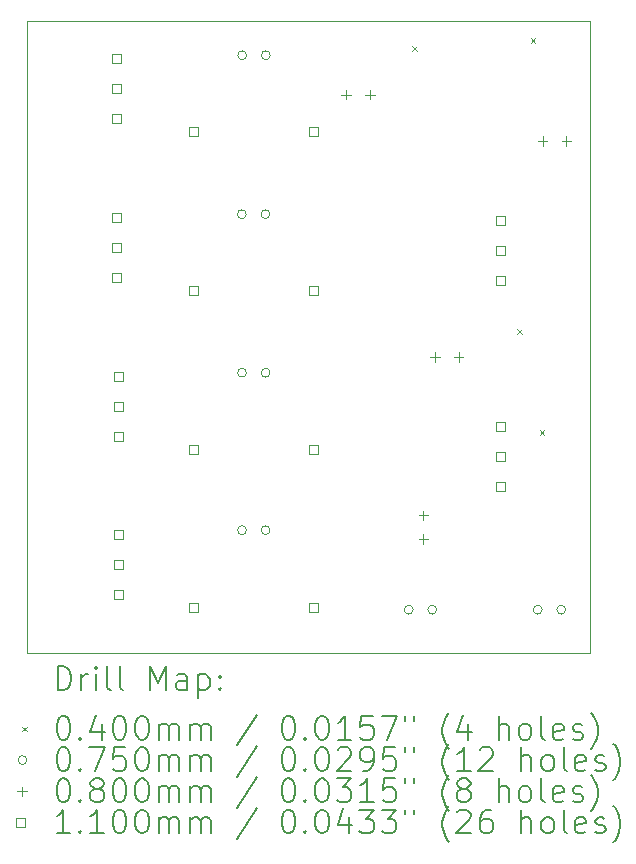
<source format=gbr>
%TF.GenerationSoftware,KiCad,Pcbnew,7.0.7*%
%TF.CreationDate,2024-03-27T23:01:23-04:00*%
%TF.ProjectId,pneu_pwr_brd,706e6575-5f70-4777-925f-6272642e6b69,rev?*%
%TF.SameCoordinates,Original*%
%TF.FileFunction,Drillmap*%
%TF.FilePolarity,Positive*%
%FSLAX45Y45*%
G04 Gerber Fmt 4.5, Leading zero omitted, Abs format (unit mm)*
G04 Created by KiCad (PCBNEW 7.0.7) date 2024-03-27 23:01:23*
%MOMM*%
%LPD*%
G01*
G04 APERTURE LIST*
%ADD10C,0.100000*%
%ADD11C,0.200000*%
%ADD12C,0.040000*%
%ADD13C,0.075000*%
%ADD14C,0.080000*%
%ADD15C,0.110000*%
G04 APERTURE END LIST*
D10*
X13728700Y-5092700D02*
X18491200Y-5092700D01*
X18491200Y-10439400D01*
X13728700Y-10439400D01*
X13728700Y-5092700D01*
D11*
D12*
X16985300Y-5301300D02*
X17025300Y-5341300D01*
X17025300Y-5301300D02*
X16985300Y-5341300D01*
X17874300Y-7701600D02*
X17914300Y-7741600D01*
X17914300Y-7701600D02*
X17874300Y-7741600D01*
X17988600Y-5237800D02*
X18028600Y-5277800D01*
X18028600Y-5237800D02*
X17988600Y-5277800D01*
X18064800Y-8552500D02*
X18104800Y-8592500D01*
X18104800Y-8552500D02*
X18064800Y-8592500D01*
D13*
X15580700Y-6726800D02*
G75*
G03*
X15580700Y-6726800I-37500J0D01*
G01*
X15582300Y-8068800D02*
G75*
G03*
X15582300Y-8068800I-37500J0D01*
G01*
X15582300Y-9402300D02*
G75*
G03*
X15582300Y-9402300I-37500J0D01*
G01*
X15583900Y-5380600D02*
G75*
G03*
X15583900Y-5380600I-37500J0D01*
G01*
X15780700Y-6726800D02*
G75*
G03*
X15780700Y-6726800I-37500J0D01*
G01*
X15782300Y-8068800D02*
G75*
G03*
X15782300Y-8068800I-37500J0D01*
G01*
X15782300Y-9402300D02*
G75*
G03*
X15782300Y-9402300I-37500J0D01*
G01*
X15783900Y-5380600D02*
G75*
G03*
X15783900Y-5380600I-37500J0D01*
G01*
X16993600Y-10075300D02*
G75*
G03*
X16993600Y-10075300I-37500J0D01*
G01*
X17193600Y-10075300D02*
G75*
G03*
X17193600Y-10075300I-37500J0D01*
G01*
X18085800Y-10075300D02*
G75*
G03*
X18085800Y-10075300I-37500J0D01*
G01*
X18285800Y-10075300D02*
G75*
G03*
X18285800Y-10075300I-37500J0D01*
G01*
D14*
X16427189Y-5675000D02*
X16427189Y-5755000D01*
X16387189Y-5715000D02*
X16467189Y-5715000D01*
X16627189Y-5675000D02*
X16627189Y-5755000D01*
X16587189Y-5715000D02*
X16667189Y-5715000D01*
X17081500Y-9237089D02*
X17081500Y-9317089D01*
X17041500Y-9277089D02*
X17121500Y-9277089D01*
X17081500Y-9437089D02*
X17081500Y-9517089D01*
X17041500Y-9477089D02*
X17121500Y-9477089D01*
X17180211Y-7897500D02*
X17180211Y-7977500D01*
X17140211Y-7937500D02*
X17220211Y-7937500D01*
X17380211Y-7897500D02*
X17380211Y-7977500D01*
X17340211Y-7937500D02*
X17420211Y-7937500D01*
X18090889Y-6068700D02*
X18090889Y-6148700D01*
X18050889Y-6108700D02*
X18130889Y-6108700D01*
X18290889Y-6068700D02*
X18290889Y-6148700D01*
X18250889Y-6108700D02*
X18330889Y-6108700D01*
D15*
X14523991Y-5449091D02*
X14523991Y-5371309D01*
X14446209Y-5371309D01*
X14446209Y-5449091D01*
X14523991Y-5449091D01*
X14523991Y-5703091D02*
X14523991Y-5625309D01*
X14446209Y-5625309D01*
X14446209Y-5703091D01*
X14523991Y-5703091D01*
X14523991Y-5957091D02*
X14523991Y-5879309D01*
X14446209Y-5879309D01*
X14446209Y-5957091D01*
X14523991Y-5957091D01*
X14523991Y-6795291D02*
X14523991Y-6717509D01*
X14446209Y-6717509D01*
X14446209Y-6795291D01*
X14523991Y-6795291D01*
X14523991Y-7049291D02*
X14523991Y-6971509D01*
X14446209Y-6971509D01*
X14446209Y-7049291D01*
X14523991Y-7049291D01*
X14523991Y-7303291D02*
X14523991Y-7225509D01*
X14446209Y-7225509D01*
X14446209Y-7303291D01*
X14523991Y-7303291D01*
X14536691Y-8141491D02*
X14536691Y-8063709D01*
X14458909Y-8063709D01*
X14458909Y-8141491D01*
X14536691Y-8141491D01*
X14536691Y-8395491D02*
X14536691Y-8317709D01*
X14458909Y-8317709D01*
X14458909Y-8395491D01*
X14536691Y-8395491D01*
X14536691Y-8649491D02*
X14536691Y-8571709D01*
X14458909Y-8571709D01*
X14458909Y-8649491D01*
X14536691Y-8649491D01*
X14536691Y-9474991D02*
X14536691Y-9397209D01*
X14458909Y-9397209D01*
X14458909Y-9474991D01*
X14536691Y-9474991D01*
X14536691Y-9728991D02*
X14536691Y-9651209D01*
X14458909Y-9651209D01*
X14458909Y-9728991D01*
X14536691Y-9728991D01*
X14536691Y-9982991D02*
X14536691Y-9905209D01*
X14458909Y-9905209D01*
X14458909Y-9982991D01*
X14536691Y-9982991D01*
X15175691Y-6067191D02*
X15175691Y-5989409D01*
X15097909Y-5989409D01*
X15097909Y-6067191D01*
X15175691Y-6067191D01*
X15175691Y-7413391D02*
X15175691Y-7335609D01*
X15097909Y-7335609D01*
X15097909Y-7413391D01*
X15175691Y-7413391D01*
X15175691Y-8759591D02*
X15175691Y-8681809D01*
X15097909Y-8681809D01*
X15097909Y-8759591D01*
X15175691Y-8759591D01*
X15175691Y-10093091D02*
X15175691Y-10015309D01*
X15097909Y-10015309D01*
X15097909Y-10093091D01*
X15175691Y-10093091D01*
X16191691Y-6067191D02*
X16191691Y-5989409D01*
X16113909Y-5989409D01*
X16113909Y-6067191D01*
X16191691Y-6067191D01*
X16191691Y-7413391D02*
X16191691Y-7335609D01*
X16113909Y-7335609D01*
X16113909Y-7413391D01*
X16191691Y-7413391D01*
X16191691Y-8759591D02*
X16191691Y-8681809D01*
X16113909Y-8681809D01*
X16113909Y-8759591D01*
X16191691Y-8759591D01*
X16191691Y-10093091D02*
X16191691Y-10015309D01*
X16113909Y-10015309D01*
X16113909Y-10093091D01*
X16191691Y-10093091D01*
X17773691Y-6820691D02*
X17773691Y-6742909D01*
X17695909Y-6742909D01*
X17695909Y-6820691D01*
X17773691Y-6820691D01*
X17773691Y-7074691D02*
X17773691Y-6996909D01*
X17695909Y-6996909D01*
X17695909Y-7074691D01*
X17773691Y-7074691D01*
X17773691Y-7328691D02*
X17773691Y-7250909D01*
X17695909Y-7250909D01*
X17695909Y-7328691D01*
X17773691Y-7328691D01*
X17773691Y-8560591D02*
X17773691Y-8482809D01*
X17695909Y-8482809D01*
X17695909Y-8560591D01*
X17773691Y-8560591D01*
X17773691Y-8814591D02*
X17773691Y-8736809D01*
X17695909Y-8736809D01*
X17695909Y-8814591D01*
X17773691Y-8814591D01*
X17773691Y-9068591D02*
X17773691Y-8990809D01*
X17695909Y-8990809D01*
X17695909Y-9068591D01*
X17773691Y-9068591D01*
D11*
X13984477Y-10755884D02*
X13984477Y-10555884D01*
X13984477Y-10555884D02*
X14032096Y-10555884D01*
X14032096Y-10555884D02*
X14060667Y-10565408D01*
X14060667Y-10565408D02*
X14079715Y-10584455D01*
X14079715Y-10584455D02*
X14089239Y-10603503D01*
X14089239Y-10603503D02*
X14098762Y-10641598D01*
X14098762Y-10641598D02*
X14098762Y-10670170D01*
X14098762Y-10670170D02*
X14089239Y-10708265D01*
X14089239Y-10708265D02*
X14079715Y-10727312D01*
X14079715Y-10727312D02*
X14060667Y-10746360D01*
X14060667Y-10746360D02*
X14032096Y-10755884D01*
X14032096Y-10755884D02*
X13984477Y-10755884D01*
X14184477Y-10755884D02*
X14184477Y-10622550D01*
X14184477Y-10660646D02*
X14194001Y-10641598D01*
X14194001Y-10641598D02*
X14203524Y-10632074D01*
X14203524Y-10632074D02*
X14222572Y-10622550D01*
X14222572Y-10622550D02*
X14241620Y-10622550D01*
X14308286Y-10755884D02*
X14308286Y-10622550D01*
X14308286Y-10555884D02*
X14298762Y-10565408D01*
X14298762Y-10565408D02*
X14308286Y-10574931D01*
X14308286Y-10574931D02*
X14317810Y-10565408D01*
X14317810Y-10565408D02*
X14308286Y-10555884D01*
X14308286Y-10555884D02*
X14308286Y-10574931D01*
X14432096Y-10755884D02*
X14413048Y-10746360D01*
X14413048Y-10746360D02*
X14403524Y-10727312D01*
X14403524Y-10727312D02*
X14403524Y-10555884D01*
X14536858Y-10755884D02*
X14517810Y-10746360D01*
X14517810Y-10746360D02*
X14508286Y-10727312D01*
X14508286Y-10727312D02*
X14508286Y-10555884D01*
X14765429Y-10755884D02*
X14765429Y-10555884D01*
X14765429Y-10555884D02*
X14832096Y-10698741D01*
X14832096Y-10698741D02*
X14898762Y-10555884D01*
X14898762Y-10555884D02*
X14898762Y-10755884D01*
X15079715Y-10755884D02*
X15079715Y-10651122D01*
X15079715Y-10651122D02*
X15070191Y-10632074D01*
X15070191Y-10632074D02*
X15051143Y-10622550D01*
X15051143Y-10622550D02*
X15013048Y-10622550D01*
X15013048Y-10622550D02*
X14994001Y-10632074D01*
X15079715Y-10746360D02*
X15060667Y-10755884D01*
X15060667Y-10755884D02*
X15013048Y-10755884D01*
X15013048Y-10755884D02*
X14994001Y-10746360D01*
X14994001Y-10746360D02*
X14984477Y-10727312D01*
X14984477Y-10727312D02*
X14984477Y-10708265D01*
X14984477Y-10708265D02*
X14994001Y-10689217D01*
X14994001Y-10689217D02*
X15013048Y-10679693D01*
X15013048Y-10679693D02*
X15060667Y-10679693D01*
X15060667Y-10679693D02*
X15079715Y-10670170D01*
X15174953Y-10622550D02*
X15174953Y-10822550D01*
X15174953Y-10632074D02*
X15194001Y-10622550D01*
X15194001Y-10622550D02*
X15232096Y-10622550D01*
X15232096Y-10622550D02*
X15251143Y-10632074D01*
X15251143Y-10632074D02*
X15260667Y-10641598D01*
X15260667Y-10641598D02*
X15270191Y-10660646D01*
X15270191Y-10660646D02*
X15270191Y-10717789D01*
X15270191Y-10717789D02*
X15260667Y-10736836D01*
X15260667Y-10736836D02*
X15251143Y-10746360D01*
X15251143Y-10746360D02*
X15232096Y-10755884D01*
X15232096Y-10755884D02*
X15194001Y-10755884D01*
X15194001Y-10755884D02*
X15174953Y-10746360D01*
X15355905Y-10736836D02*
X15365429Y-10746360D01*
X15365429Y-10746360D02*
X15355905Y-10755884D01*
X15355905Y-10755884D02*
X15346382Y-10746360D01*
X15346382Y-10746360D02*
X15355905Y-10736836D01*
X15355905Y-10736836D02*
X15355905Y-10755884D01*
X15355905Y-10632074D02*
X15365429Y-10641598D01*
X15365429Y-10641598D02*
X15355905Y-10651122D01*
X15355905Y-10651122D02*
X15346382Y-10641598D01*
X15346382Y-10641598D02*
X15355905Y-10632074D01*
X15355905Y-10632074D02*
X15355905Y-10651122D01*
D12*
X13683700Y-11064400D02*
X13723700Y-11104400D01*
X13723700Y-11064400D02*
X13683700Y-11104400D01*
D11*
X14022572Y-10975884D02*
X14041620Y-10975884D01*
X14041620Y-10975884D02*
X14060667Y-10985408D01*
X14060667Y-10985408D02*
X14070191Y-10994931D01*
X14070191Y-10994931D02*
X14079715Y-11013979D01*
X14079715Y-11013979D02*
X14089239Y-11052074D01*
X14089239Y-11052074D02*
X14089239Y-11099693D01*
X14089239Y-11099693D02*
X14079715Y-11137789D01*
X14079715Y-11137789D02*
X14070191Y-11156836D01*
X14070191Y-11156836D02*
X14060667Y-11166360D01*
X14060667Y-11166360D02*
X14041620Y-11175884D01*
X14041620Y-11175884D02*
X14022572Y-11175884D01*
X14022572Y-11175884D02*
X14003524Y-11166360D01*
X14003524Y-11166360D02*
X13994001Y-11156836D01*
X13994001Y-11156836D02*
X13984477Y-11137789D01*
X13984477Y-11137789D02*
X13974953Y-11099693D01*
X13974953Y-11099693D02*
X13974953Y-11052074D01*
X13974953Y-11052074D02*
X13984477Y-11013979D01*
X13984477Y-11013979D02*
X13994001Y-10994931D01*
X13994001Y-10994931D02*
X14003524Y-10985408D01*
X14003524Y-10985408D02*
X14022572Y-10975884D01*
X14174953Y-11156836D02*
X14184477Y-11166360D01*
X14184477Y-11166360D02*
X14174953Y-11175884D01*
X14174953Y-11175884D02*
X14165429Y-11166360D01*
X14165429Y-11166360D02*
X14174953Y-11156836D01*
X14174953Y-11156836D02*
X14174953Y-11175884D01*
X14355905Y-11042550D02*
X14355905Y-11175884D01*
X14308286Y-10966360D02*
X14260667Y-11109217D01*
X14260667Y-11109217D02*
X14384477Y-11109217D01*
X14498762Y-10975884D02*
X14517810Y-10975884D01*
X14517810Y-10975884D02*
X14536858Y-10985408D01*
X14536858Y-10985408D02*
X14546382Y-10994931D01*
X14546382Y-10994931D02*
X14555905Y-11013979D01*
X14555905Y-11013979D02*
X14565429Y-11052074D01*
X14565429Y-11052074D02*
X14565429Y-11099693D01*
X14565429Y-11099693D02*
X14555905Y-11137789D01*
X14555905Y-11137789D02*
X14546382Y-11156836D01*
X14546382Y-11156836D02*
X14536858Y-11166360D01*
X14536858Y-11166360D02*
X14517810Y-11175884D01*
X14517810Y-11175884D02*
X14498762Y-11175884D01*
X14498762Y-11175884D02*
X14479715Y-11166360D01*
X14479715Y-11166360D02*
X14470191Y-11156836D01*
X14470191Y-11156836D02*
X14460667Y-11137789D01*
X14460667Y-11137789D02*
X14451143Y-11099693D01*
X14451143Y-11099693D02*
X14451143Y-11052074D01*
X14451143Y-11052074D02*
X14460667Y-11013979D01*
X14460667Y-11013979D02*
X14470191Y-10994931D01*
X14470191Y-10994931D02*
X14479715Y-10985408D01*
X14479715Y-10985408D02*
X14498762Y-10975884D01*
X14689239Y-10975884D02*
X14708286Y-10975884D01*
X14708286Y-10975884D02*
X14727334Y-10985408D01*
X14727334Y-10985408D02*
X14736858Y-10994931D01*
X14736858Y-10994931D02*
X14746382Y-11013979D01*
X14746382Y-11013979D02*
X14755905Y-11052074D01*
X14755905Y-11052074D02*
X14755905Y-11099693D01*
X14755905Y-11099693D02*
X14746382Y-11137789D01*
X14746382Y-11137789D02*
X14736858Y-11156836D01*
X14736858Y-11156836D02*
X14727334Y-11166360D01*
X14727334Y-11166360D02*
X14708286Y-11175884D01*
X14708286Y-11175884D02*
X14689239Y-11175884D01*
X14689239Y-11175884D02*
X14670191Y-11166360D01*
X14670191Y-11166360D02*
X14660667Y-11156836D01*
X14660667Y-11156836D02*
X14651143Y-11137789D01*
X14651143Y-11137789D02*
X14641620Y-11099693D01*
X14641620Y-11099693D02*
X14641620Y-11052074D01*
X14641620Y-11052074D02*
X14651143Y-11013979D01*
X14651143Y-11013979D02*
X14660667Y-10994931D01*
X14660667Y-10994931D02*
X14670191Y-10985408D01*
X14670191Y-10985408D02*
X14689239Y-10975884D01*
X14841620Y-11175884D02*
X14841620Y-11042550D01*
X14841620Y-11061598D02*
X14851143Y-11052074D01*
X14851143Y-11052074D02*
X14870191Y-11042550D01*
X14870191Y-11042550D02*
X14898763Y-11042550D01*
X14898763Y-11042550D02*
X14917810Y-11052074D01*
X14917810Y-11052074D02*
X14927334Y-11071122D01*
X14927334Y-11071122D02*
X14927334Y-11175884D01*
X14927334Y-11071122D02*
X14936858Y-11052074D01*
X14936858Y-11052074D02*
X14955905Y-11042550D01*
X14955905Y-11042550D02*
X14984477Y-11042550D01*
X14984477Y-11042550D02*
X15003524Y-11052074D01*
X15003524Y-11052074D02*
X15013048Y-11071122D01*
X15013048Y-11071122D02*
X15013048Y-11175884D01*
X15108286Y-11175884D02*
X15108286Y-11042550D01*
X15108286Y-11061598D02*
X15117810Y-11052074D01*
X15117810Y-11052074D02*
X15136858Y-11042550D01*
X15136858Y-11042550D02*
X15165429Y-11042550D01*
X15165429Y-11042550D02*
X15184477Y-11052074D01*
X15184477Y-11052074D02*
X15194001Y-11071122D01*
X15194001Y-11071122D02*
X15194001Y-11175884D01*
X15194001Y-11071122D02*
X15203524Y-11052074D01*
X15203524Y-11052074D02*
X15222572Y-11042550D01*
X15222572Y-11042550D02*
X15251143Y-11042550D01*
X15251143Y-11042550D02*
X15270191Y-11052074D01*
X15270191Y-11052074D02*
X15279715Y-11071122D01*
X15279715Y-11071122D02*
X15279715Y-11175884D01*
X15670191Y-10966360D02*
X15498763Y-11223503D01*
X15927334Y-10975884D02*
X15946382Y-10975884D01*
X15946382Y-10975884D02*
X15965429Y-10985408D01*
X15965429Y-10985408D02*
X15974953Y-10994931D01*
X15974953Y-10994931D02*
X15984477Y-11013979D01*
X15984477Y-11013979D02*
X15994001Y-11052074D01*
X15994001Y-11052074D02*
X15994001Y-11099693D01*
X15994001Y-11099693D02*
X15984477Y-11137789D01*
X15984477Y-11137789D02*
X15974953Y-11156836D01*
X15974953Y-11156836D02*
X15965429Y-11166360D01*
X15965429Y-11166360D02*
X15946382Y-11175884D01*
X15946382Y-11175884D02*
X15927334Y-11175884D01*
X15927334Y-11175884D02*
X15908286Y-11166360D01*
X15908286Y-11166360D02*
X15898763Y-11156836D01*
X15898763Y-11156836D02*
X15889239Y-11137789D01*
X15889239Y-11137789D02*
X15879715Y-11099693D01*
X15879715Y-11099693D02*
X15879715Y-11052074D01*
X15879715Y-11052074D02*
X15889239Y-11013979D01*
X15889239Y-11013979D02*
X15898763Y-10994931D01*
X15898763Y-10994931D02*
X15908286Y-10985408D01*
X15908286Y-10985408D02*
X15927334Y-10975884D01*
X16079715Y-11156836D02*
X16089239Y-11166360D01*
X16089239Y-11166360D02*
X16079715Y-11175884D01*
X16079715Y-11175884D02*
X16070191Y-11166360D01*
X16070191Y-11166360D02*
X16079715Y-11156836D01*
X16079715Y-11156836D02*
X16079715Y-11175884D01*
X16213048Y-10975884D02*
X16232096Y-10975884D01*
X16232096Y-10975884D02*
X16251144Y-10985408D01*
X16251144Y-10985408D02*
X16260667Y-10994931D01*
X16260667Y-10994931D02*
X16270191Y-11013979D01*
X16270191Y-11013979D02*
X16279715Y-11052074D01*
X16279715Y-11052074D02*
X16279715Y-11099693D01*
X16279715Y-11099693D02*
X16270191Y-11137789D01*
X16270191Y-11137789D02*
X16260667Y-11156836D01*
X16260667Y-11156836D02*
X16251144Y-11166360D01*
X16251144Y-11166360D02*
X16232096Y-11175884D01*
X16232096Y-11175884D02*
X16213048Y-11175884D01*
X16213048Y-11175884D02*
X16194001Y-11166360D01*
X16194001Y-11166360D02*
X16184477Y-11156836D01*
X16184477Y-11156836D02*
X16174953Y-11137789D01*
X16174953Y-11137789D02*
X16165429Y-11099693D01*
X16165429Y-11099693D02*
X16165429Y-11052074D01*
X16165429Y-11052074D02*
X16174953Y-11013979D01*
X16174953Y-11013979D02*
X16184477Y-10994931D01*
X16184477Y-10994931D02*
X16194001Y-10985408D01*
X16194001Y-10985408D02*
X16213048Y-10975884D01*
X16470191Y-11175884D02*
X16355906Y-11175884D01*
X16413048Y-11175884D02*
X16413048Y-10975884D01*
X16413048Y-10975884D02*
X16394001Y-11004455D01*
X16394001Y-11004455D02*
X16374953Y-11023503D01*
X16374953Y-11023503D02*
X16355906Y-11033027D01*
X16651144Y-10975884D02*
X16555906Y-10975884D01*
X16555906Y-10975884D02*
X16546382Y-11071122D01*
X16546382Y-11071122D02*
X16555906Y-11061598D01*
X16555906Y-11061598D02*
X16574953Y-11052074D01*
X16574953Y-11052074D02*
X16622572Y-11052074D01*
X16622572Y-11052074D02*
X16641620Y-11061598D01*
X16641620Y-11061598D02*
X16651144Y-11071122D01*
X16651144Y-11071122D02*
X16660667Y-11090170D01*
X16660667Y-11090170D02*
X16660667Y-11137789D01*
X16660667Y-11137789D02*
X16651144Y-11156836D01*
X16651144Y-11156836D02*
X16641620Y-11166360D01*
X16641620Y-11166360D02*
X16622572Y-11175884D01*
X16622572Y-11175884D02*
X16574953Y-11175884D01*
X16574953Y-11175884D02*
X16555906Y-11166360D01*
X16555906Y-11166360D02*
X16546382Y-11156836D01*
X16727334Y-10975884D02*
X16860668Y-10975884D01*
X16860668Y-10975884D02*
X16774953Y-11175884D01*
X16927334Y-10975884D02*
X16927334Y-11013979D01*
X17003525Y-10975884D02*
X17003525Y-11013979D01*
X17298763Y-11252074D02*
X17289239Y-11242550D01*
X17289239Y-11242550D02*
X17270191Y-11213979D01*
X17270191Y-11213979D02*
X17260668Y-11194931D01*
X17260668Y-11194931D02*
X17251144Y-11166360D01*
X17251144Y-11166360D02*
X17241620Y-11118741D01*
X17241620Y-11118741D02*
X17241620Y-11080646D01*
X17241620Y-11080646D02*
X17251144Y-11033027D01*
X17251144Y-11033027D02*
X17260668Y-11004455D01*
X17260668Y-11004455D02*
X17270191Y-10985408D01*
X17270191Y-10985408D02*
X17289239Y-10956836D01*
X17289239Y-10956836D02*
X17298763Y-10947312D01*
X17460668Y-11042550D02*
X17460668Y-11175884D01*
X17413049Y-10966360D02*
X17365430Y-11109217D01*
X17365430Y-11109217D02*
X17489239Y-11109217D01*
X17717811Y-11175884D02*
X17717811Y-10975884D01*
X17803525Y-11175884D02*
X17803525Y-11071122D01*
X17803525Y-11071122D02*
X17794001Y-11052074D01*
X17794001Y-11052074D02*
X17774953Y-11042550D01*
X17774953Y-11042550D02*
X17746382Y-11042550D01*
X17746382Y-11042550D02*
X17727334Y-11052074D01*
X17727334Y-11052074D02*
X17717811Y-11061598D01*
X17927334Y-11175884D02*
X17908287Y-11166360D01*
X17908287Y-11166360D02*
X17898763Y-11156836D01*
X17898763Y-11156836D02*
X17889239Y-11137789D01*
X17889239Y-11137789D02*
X17889239Y-11080646D01*
X17889239Y-11080646D02*
X17898763Y-11061598D01*
X17898763Y-11061598D02*
X17908287Y-11052074D01*
X17908287Y-11052074D02*
X17927334Y-11042550D01*
X17927334Y-11042550D02*
X17955906Y-11042550D01*
X17955906Y-11042550D02*
X17974953Y-11052074D01*
X17974953Y-11052074D02*
X17984477Y-11061598D01*
X17984477Y-11061598D02*
X17994001Y-11080646D01*
X17994001Y-11080646D02*
X17994001Y-11137789D01*
X17994001Y-11137789D02*
X17984477Y-11156836D01*
X17984477Y-11156836D02*
X17974953Y-11166360D01*
X17974953Y-11166360D02*
X17955906Y-11175884D01*
X17955906Y-11175884D02*
X17927334Y-11175884D01*
X18108287Y-11175884D02*
X18089239Y-11166360D01*
X18089239Y-11166360D02*
X18079715Y-11147312D01*
X18079715Y-11147312D02*
X18079715Y-10975884D01*
X18260668Y-11166360D02*
X18241620Y-11175884D01*
X18241620Y-11175884D02*
X18203525Y-11175884D01*
X18203525Y-11175884D02*
X18184477Y-11166360D01*
X18184477Y-11166360D02*
X18174953Y-11147312D01*
X18174953Y-11147312D02*
X18174953Y-11071122D01*
X18174953Y-11071122D02*
X18184477Y-11052074D01*
X18184477Y-11052074D02*
X18203525Y-11042550D01*
X18203525Y-11042550D02*
X18241620Y-11042550D01*
X18241620Y-11042550D02*
X18260668Y-11052074D01*
X18260668Y-11052074D02*
X18270192Y-11071122D01*
X18270192Y-11071122D02*
X18270192Y-11090170D01*
X18270192Y-11090170D02*
X18174953Y-11109217D01*
X18346382Y-11166360D02*
X18365430Y-11175884D01*
X18365430Y-11175884D02*
X18403525Y-11175884D01*
X18403525Y-11175884D02*
X18422573Y-11166360D01*
X18422573Y-11166360D02*
X18432096Y-11147312D01*
X18432096Y-11147312D02*
X18432096Y-11137789D01*
X18432096Y-11137789D02*
X18422573Y-11118741D01*
X18422573Y-11118741D02*
X18403525Y-11109217D01*
X18403525Y-11109217D02*
X18374953Y-11109217D01*
X18374953Y-11109217D02*
X18355906Y-11099693D01*
X18355906Y-11099693D02*
X18346382Y-11080646D01*
X18346382Y-11080646D02*
X18346382Y-11071122D01*
X18346382Y-11071122D02*
X18355906Y-11052074D01*
X18355906Y-11052074D02*
X18374953Y-11042550D01*
X18374953Y-11042550D02*
X18403525Y-11042550D01*
X18403525Y-11042550D02*
X18422573Y-11052074D01*
X18498763Y-11252074D02*
X18508287Y-11242550D01*
X18508287Y-11242550D02*
X18527334Y-11213979D01*
X18527334Y-11213979D02*
X18536858Y-11194931D01*
X18536858Y-11194931D02*
X18546382Y-11166360D01*
X18546382Y-11166360D02*
X18555906Y-11118741D01*
X18555906Y-11118741D02*
X18555906Y-11080646D01*
X18555906Y-11080646D02*
X18546382Y-11033027D01*
X18546382Y-11033027D02*
X18536858Y-11004455D01*
X18536858Y-11004455D02*
X18527334Y-10985408D01*
X18527334Y-10985408D02*
X18508287Y-10956836D01*
X18508287Y-10956836D02*
X18498763Y-10947312D01*
D13*
X13723700Y-11348400D02*
G75*
G03*
X13723700Y-11348400I-37500J0D01*
G01*
D11*
X14022572Y-11239884D02*
X14041620Y-11239884D01*
X14041620Y-11239884D02*
X14060667Y-11249408D01*
X14060667Y-11249408D02*
X14070191Y-11258931D01*
X14070191Y-11258931D02*
X14079715Y-11277979D01*
X14079715Y-11277979D02*
X14089239Y-11316074D01*
X14089239Y-11316074D02*
X14089239Y-11363693D01*
X14089239Y-11363693D02*
X14079715Y-11401788D01*
X14079715Y-11401788D02*
X14070191Y-11420836D01*
X14070191Y-11420836D02*
X14060667Y-11430360D01*
X14060667Y-11430360D02*
X14041620Y-11439884D01*
X14041620Y-11439884D02*
X14022572Y-11439884D01*
X14022572Y-11439884D02*
X14003524Y-11430360D01*
X14003524Y-11430360D02*
X13994001Y-11420836D01*
X13994001Y-11420836D02*
X13984477Y-11401788D01*
X13984477Y-11401788D02*
X13974953Y-11363693D01*
X13974953Y-11363693D02*
X13974953Y-11316074D01*
X13974953Y-11316074D02*
X13984477Y-11277979D01*
X13984477Y-11277979D02*
X13994001Y-11258931D01*
X13994001Y-11258931D02*
X14003524Y-11249408D01*
X14003524Y-11249408D02*
X14022572Y-11239884D01*
X14174953Y-11420836D02*
X14184477Y-11430360D01*
X14184477Y-11430360D02*
X14174953Y-11439884D01*
X14174953Y-11439884D02*
X14165429Y-11430360D01*
X14165429Y-11430360D02*
X14174953Y-11420836D01*
X14174953Y-11420836D02*
X14174953Y-11439884D01*
X14251143Y-11239884D02*
X14384477Y-11239884D01*
X14384477Y-11239884D02*
X14298762Y-11439884D01*
X14555905Y-11239884D02*
X14460667Y-11239884D01*
X14460667Y-11239884D02*
X14451143Y-11335122D01*
X14451143Y-11335122D02*
X14460667Y-11325598D01*
X14460667Y-11325598D02*
X14479715Y-11316074D01*
X14479715Y-11316074D02*
X14527334Y-11316074D01*
X14527334Y-11316074D02*
X14546382Y-11325598D01*
X14546382Y-11325598D02*
X14555905Y-11335122D01*
X14555905Y-11335122D02*
X14565429Y-11354169D01*
X14565429Y-11354169D02*
X14565429Y-11401788D01*
X14565429Y-11401788D02*
X14555905Y-11420836D01*
X14555905Y-11420836D02*
X14546382Y-11430360D01*
X14546382Y-11430360D02*
X14527334Y-11439884D01*
X14527334Y-11439884D02*
X14479715Y-11439884D01*
X14479715Y-11439884D02*
X14460667Y-11430360D01*
X14460667Y-11430360D02*
X14451143Y-11420836D01*
X14689239Y-11239884D02*
X14708286Y-11239884D01*
X14708286Y-11239884D02*
X14727334Y-11249408D01*
X14727334Y-11249408D02*
X14736858Y-11258931D01*
X14736858Y-11258931D02*
X14746382Y-11277979D01*
X14746382Y-11277979D02*
X14755905Y-11316074D01*
X14755905Y-11316074D02*
X14755905Y-11363693D01*
X14755905Y-11363693D02*
X14746382Y-11401788D01*
X14746382Y-11401788D02*
X14736858Y-11420836D01*
X14736858Y-11420836D02*
X14727334Y-11430360D01*
X14727334Y-11430360D02*
X14708286Y-11439884D01*
X14708286Y-11439884D02*
X14689239Y-11439884D01*
X14689239Y-11439884D02*
X14670191Y-11430360D01*
X14670191Y-11430360D02*
X14660667Y-11420836D01*
X14660667Y-11420836D02*
X14651143Y-11401788D01*
X14651143Y-11401788D02*
X14641620Y-11363693D01*
X14641620Y-11363693D02*
X14641620Y-11316074D01*
X14641620Y-11316074D02*
X14651143Y-11277979D01*
X14651143Y-11277979D02*
X14660667Y-11258931D01*
X14660667Y-11258931D02*
X14670191Y-11249408D01*
X14670191Y-11249408D02*
X14689239Y-11239884D01*
X14841620Y-11439884D02*
X14841620Y-11306550D01*
X14841620Y-11325598D02*
X14851143Y-11316074D01*
X14851143Y-11316074D02*
X14870191Y-11306550D01*
X14870191Y-11306550D02*
X14898763Y-11306550D01*
X14898763Y-11306550D02*
X14917810Y-11316074D01*
X14917810Y-11316074D02*
X14927334Y-11335122D01*
X14927334Y-11335122D02*
X14927334Y-11439884D01*
X14927334Y-11335122D02*
X14936858Y-11316074D01*
X14936858Y-11316074D02*
X14955905Y-11306550D01*
X14955905Y-11306550D02*
X14984477Y-11306550D01*
X14984477Y-11306550D02*
X15003524Y-11316074D01*
X15003524Y-11316074D02*
X15013048Y-11335122D01*
X15013048Y-11335122D02*
X15013048Y-11439884D01*
X15108286Y-11439884D02*
X15108286Y-11306550D01*
X15108286Y-11325598D02*
X15117810Y-11316074D01*
X15117810Y-11316074D02*
X15136858Y-11306550D01*
X15136858Y-11306550D02*
X15165429Y-11306550D01*
X15165429Y-11306550D02*
X15184477Y-11316074D01*
X15184477Y-11316074D02*
X15194001Y-11335122D01*
X15194001Y-11335122D02*
X15194001Y-11439884D01*
X15194001Y-11335122D02*
X15203524Y-11316074D01*
X15203524Y-11316074D02*
X15222572Y-11306550D01*
X15222572Y-11306550D02*
X15251143Y-11306550D01*
X15251143Y-11306550D02*
X15270191Y-11316074D01*
X15270191Y-11316074D02*
X15279715Y-11335122D01*
X15279715Y-11335122D02*
X15279715Y-11439884D01*
X15670191Y-11230360D02*
X15498763Y-11487503D01*
X15927334Y-11239884D02*
X15946382Y-11239884D01*
X15946382Y-11239884D02*
X15965429Y-11249408D01*
X15965429Y-11249408D02*
X15974953Y-11258931D01*
X15974953Y-11258931D02*
X15984477Y-11277979D01*
X15984477Y-11277979D02*
X15994001Y-11316074D01*
X15994001Y-11316074D02*
X15994001Y-11363693D01*
X15994001Y-11363693D02*
X15984477Y-11401788D01*
X15984477Y-11401788D02*
X15974953Y-11420836D01*
X15974953Y-11420836D02*
X15965429Y-11430360D01*
X15965429Y-11430360D02*
X15946382Y-11439884D01*
X15946382Y-11439884D02*
X15927334Y-11439884D01*
X15927334Y-11439884D02*
X15908286Y-11430360D01*
X15908286Y-11430360D02*
X15898763Y-11420836D01*
X15898763Y-11420836D02*
X15889239Y-11401788D01*
X15889239Y-11401788D02*
X15879715Y-11363693D01*
X15879715Y-11363693D02*
X15879715Y-11316074D01*
X15879715Y-11316074D02*
X15889239Y-11277979D01*
X15889239Y-11277979D02*
X15898763Y-11258931D01*
X15898763Y-11258931D02*
X15908286Y-11249408D01*
X15908286Y-11249408D02*
X15927334Y-11239884D01*
X16079715Y-11420836D02*
X16089239Y-11430360D01*
X16089239Y-11430360D02*
X16079715Y-11439884D01*
X16079715Y-11439884D02*
X16070191Y-11430360D01*
X16070191Y-11430360D02*
X16079715Y-11420836D01*
X16079715Y-11420836D02*
X16079715Y-11439884D01*
X16213048Y-11239884D02*
X16232096Y-11239884D01*
X16232096Y-11239884D02*
X16251144Y-11249408D01*
X16251144Y-11249408D02*
X16260667Y-11258931D01*
X16260667Y-11258931D02*
X16270191Y-11277979D01*
X16270191Y-11277979D02*
X16279715Y-11316074D01*
X16279715Y-11316074D02*
X16279715Y-11363693D01*
X16279715Y-11363693D02*
X16270191Y-11401788D01*
X16270191Y-11401788D02*
X16260667Y-11420836D01*
X16260667Y-11420836D02*
X16251144Y-11430360D01*
X16251144Y-11430360D02*
X16232096Y-11439884D01*
X16232096Y-11439884D02*
X16213048Y-11439884D01*
X16213048Y-11439884D02*
X16194001Y-11430360D01*
X16194001Y-11430360D02*
X16184477Y-11420836D01*
X16184477Y-11420836D02*
X16174953Y-11401788D01*
X16174953Y-11401788D02*
X16165429Y-11363693D01*
X16165429Y-11363693D02*
X16165429Y-11316074D01*
X16165429Y-11316074D02*
X16174953Y-11277979D01*
X16174953Y-11277979D02*
X16184477Y-11258931D01*
X16184477Y-11258931D02*
X16194001Y-11249408D01*
X16194001Y-11249408D02*
X16213048Y-11239884D01*
X16355906Y-11258931D02*
X16365429Y-11249408D01*
X16365429Y-11249408D02*
X16384477Y-11239884D01*
X16384477Y-11239884D02*
X16432096Y-11239884D01*
X16432096Y-11239884D02*
X16451144Y-11249408D01*
X16451144Y-11249408D02*
X16460667Y-11258931D01*
X16460667Y-11258931D02*
X16470191Y-11277979D01*
X16470191Y-11277979D02*
X16470191Y-11297027D01*
X16470191Y-11297027D02*
X16460667Y-11325598D01*
X16460667Y-11325598D02*
X16346382Y-11439884D01*
X16346382Y-11439884D02*
X16470191Y-11439884D01*
X16565429Y-11439884D02*
X16603525Y-11439884D01*
X16603525Y-11439884D02*
X16622572Y-11430360D01*
X16622572Y-11430360D02*
X16632096Y-11420836D01*
X16632096Y-11420836D02*
X16651144Y-11392265D01*
X16651144Y-11392265D02*
X16660667Y-11354169D01*
X16660667Y-11354169D02*
X16660667Y-11277979D01*
X16660667Y-11277979D02*
X16651144Y-11258931D01*
X16651144Y-11258931D02*
X16641620Y-11249408D01*
X16641620Y-11249408D02*
X16622572Y-11239884D01*
X16622572Y-11239884D02*
X16584477Y-11239884D01*
X16584477Y-11239884D02*
X16565429Y-11249408D01*
X16565429Y-11249408D02*
X16555906Y-11258931D01*
X16555906Y-11258931D02*
X16546382Y-11277979D01*
X16546382Y-11277979D02*
X16546382Y-11325598D01*
X16546382Y-11325598D02*
X16555906Y-11344646D01*
X16555906Y-11344646D02*
X16565429Y-11354169D01*
X16565429Y-11354169D02*
X16584477Y-11363693D01*
X16584477Y-11363693D02*
X16622572Y-11363693D01*
X16622572Y-11363693D02*
X16641620Y-11354169D01*
X16641620Y-11354169D02*
X16651144Y-11344646D01*
X16651144Y-11344646D02*
X16660667Y-11325598D01*
X16841620Y-11239884D02*
X16746382Y-11239884D01*
X16746382Y-11239884D02*
X16736858Y-11335122D01*
X16736858Y-11335122D02*
X16746382Y-11325598D01*
X16746382Y-11325598D02*
X16765429Y-11316074D01*
X16765429Y-11316074D02*
X16813049Y-11316074D01*
X16813049Y-11316074D02*
X16832096Y-11325598D01*
X16832096Y-11325598D02*
X16841620Y-11335122D01*
X16841620Y-11335122D02*
X16851144Y-11354169D01*
X16851144Y-11354169D02*
X16851144Y-11401788D01*
X16851144Y-11401788D02*
X16841620Y-11420836D01*
X16841620Y-11420836D02*
X16832096Y-11430360D01*
X16832096Y-11430360D02*
X16813049Y-11439884D01*
X16813049Y-11439884D02*
X16765429Y-11439884D01*
X16765429Y-11439884D02*
X16746382Y-11430360D01*
X16746382Y-11430360D02*
X16736858Y-11420836D01*
X16927334Y-11239884D02*
X16927334Y-11277979D01*
X17003525Y-11239884D02*
X17003525Y-11277979D01*
X17298763Y-11516074D02*
X17289239Y-11506550D01*
X17289239Y-11506550D02*
X17270191Y-11477979D01*
X17270191Y-11477979D02*
X17260668Y-11458931D01*
X17260668Y-11458931D02*
X17251144Y-11430360D01*
X17251144Y-11430360D02*
X17241620Y-11382741D01*
X17241620Y-11382741D02*
X17241620Y-11344646D01*
X17241620Y-11344646D02*
X17251144Y-11297027D01*
X17251144Y-11297027D02*
X17260668Y-11268455D01*
X17260668Y-11268455D02*
X17270191Y-11249408D01*
X17270191Y-11249408D02*
X17289239Y-11220836D01*
X17289239Y-11220836D02*
X17298763Y-11211312D01*
X17479715Y-11439884D02*
X17365430Y-11439884D01*
X17422572Y-11439884D02*
X17422572Y-11239884D01*
X17422572Y-11239884D02*
X17403525Y-11268455D01*
X17403525Y-11268455D02*
X17384477Y-11287503D01*
X17384477Y-11287503D02*
X17365430Y-11297027D01*
X17555906Y-11258931D02*
X17565430Y-11249408D01*
X17565430Y-11249408D02*
X17584477Y-11239884D01*
X17584477Y-11239884D02*
X17632096Y-11239884D01*
X17632096Y-11239884D02*
X17651144Y-11249408D01*
X17651144Y-11249408D02*
X17660668Y-11258931D01*
X17660668Y-11258931D02*
X17670191Y-11277979D01*
X17670191Y-11277979D02*
X17670191Y-11297027D01*
X17670191Y-11297027D02*
X17660668Y-11325598D01*
X17660668Y-11325598D02*
X17546382Y-11439884D01*
X17546382Y-11439884D02*
X17670191Y-11439884D01*
X17908287Y-11439884D02*
X17908287Y-11239884D01*
X17994001Y-11439884D02*
X17994001Y-11335122D01*
X17994001Y-11335122D02*
X17984477Y-11316074D01*
X17984477Y-11316074D02*
X17965430Y-11306550D01*
X17965430Y-11306550D02*
X17936858Y-11306550D01*
X17936858Y-11306550D02*
X17917811Y-11316074D01*
X17917811Y-11316074D02*
X17908287Y-11325598D01*
X18117811Y-11439884D02*
X18098763Y-11430360D01*
X18098763Y-11430360D02*
X18089239Y-11420836D01*
X18089239Y-11420836D02*
X18079715Y-11401788D01*
X18079715Y-11401788D02*
X18079715Y-11344646D01*
X18079715Y-11344646D02*
X18089239Y-11325598D01*
X18089239Y-11325598D02*
X18098763Y-11316074D01*
X18098763Y-11316074D02*
X18117811Y-11306550D01*
X18117811Y-11306550D02*
X18146382Y-11306550D01*
X18146382Y-11306550D02*
X18165430Y-11316074D01*
X18165430Y-11316074D02*
X18174953Y-11325598D01*
X18174953Y-11325598D02*
X18184477Y-11344646D01*
X18184477Y-11344646D02*
X18184477Y-11401788D01*
X18184477Y-11401788D02*
X18174953Y-11420836D01*
X18174953Y-11420836D02*
X18165430Y-11430360D01*
X18165430Y-11430360D02*
X18146382Y-11439884D01*
X18146382Y-11439884D02*
X18117811Y-11439884D01*
X18298763Y-11439884D02*
X18279715Y-11430360D01*
X18279715Y-11430360D02*
X18270192Y-11411312D01*
X18270192Y-11411312D02*
X18270192Y-11239884D01*
X18451144Y-11430360D02*
X18432096Y-11439884D01*
X18432096Y-11439884D02*
X18394001Y-11439884D01*
X18394001Y-11439884D02*
X18374953Y-11430360D01*
X18374953Y-11430360D02*
X18365430Y-11411312D01*
X18365430Y-11411312D02*
X18365430Y-11335122D01*
X18365430Y-11335122D02*
X18374953Y-11316074D01*
X18374953Y-11316074D02*
X18394001Y-11306550D01*
X18394001Y-11306550D02*
X18432096Y-11306550D01*
X18432096Y-11306550D02*
X18451144Y-11316074D01*
X18451144Y-11316074D02*
X18460668Y-11335122D01*
X18460668Y-11335122D02*
X18460668Y-11354169D01*
X18460668Y-11354169D02*
X18365430Y-11373217D01*
X18536858Y-11430360D02*
X18555906Y-11439884D01*
X18555906Y-11439884D02*
X18594001Y-11439884D01*
X18594001Y-11439884D02*
X18613049Y-11430360D01*
X18613049Y-11430360D02*
X18622573Y-11411312D01*
X18622573Y-11411312D02*
X18622573Y-11401788D01*
X18622573Y-11401788D02*
X18613049Y-11382741D01*
X18613049Y-11382741D02*
X18594001Y-11373217D01*
X18594001Y-11373217D02*
X18565430Y-11373217D01*
X18565430Y-11373217D02*
X18546382Y-11363693D01*
X18546382Y-11363693D02*
X18536858Y-11344646D01*
X18536858Y-11344646D02*
X18536858Y-11335122D01*
X18536858Y-11335122D02*
X18546382Y-11316074D01*
X18546382Y-11316074D02*
X18565430Y-11306550D01*
X18565430Y-11306550D02*
X18594001Y-11306550D01*
X18594001Y-11306550D02*
X18613049Y-11316074D01*
X18689239Y-11516074D02*
X18698763Y-11506550D01*
X18698763Y-11506550D02*
X18717811Y-11477979D01*
X18717811Y-11477979D02*
X18727334Y-11458931D01*
X18727334Y-11458931D02*
X18736858Y-11430360D01*
X18736858Y-11430360D02*
X18746382Y-11382741D01*
X18746382Y-11382741D02*
X18746382Y-11344646D01*
X18746382Y-11344646D02*
X18736858Y-11297027D01*
X18736858Y-11297027D02*
X18727334Y-11268455D01*
X18727334Y-11268455D02*
X18717811Y-11249408D01*
X18717811Y-11249408D02*
X18698763Y-11220836D01*
X18698763Y-11220836D02*
X18689239Y-11211312D01*
D14*
X13683700Y-11572400D02*
X13683700Y-11652400D01*
X13643700Y-11612400D02*
X13723700Y-11612400D01*
D11*
X14022572Y-11503884D02*
X14041620Y-11503884D01*
X14041620Y-11503884D02*
X14060667Y-11513408D01*
X14060667Y-11513408D02*
X14070191Y-11522931D01*
X14070191Y-11522931D02*
X14079715Y-11541979D01*
X14079715Y-11541979D02*
X14089239Y-11580074D01*
X14089239Y-11580074D02*
X14089239Y-11627693D01*
X14089239Y-11627693D02*
X14079715Y-11665788D01*
X14079715Y-11665788D02*
X14070191Y-11684836D01*
X14070191Y-11684836D02*
X14060667Y-11694360D01*
X14060667Y-11694360D02*
X14041620Y-11703884D01*
X14041620Y-11703884D02*
X14022572Y-11703884D01*
X14022572Y-11703884D02*
X14003524Y-11694360D01*
X14003524Y-11694360D02*
X13994001Y-11684836D01*
X13994001Y-11684836D02*
X13984477Y-11665788D01*
X13984477Y-11665788D02*
X13974953Y-11627693D01*
X13974953Y-11627693D02*
X13974953Y-11580074D01*
X13974953Y-11580074D02*
X13984477Y-11541979D01*
X13984477Y-11541979D02*
X13994001Y-11522931D01*
X13994001Y-11522931D02*
X14003524Y-11513408D01*
X14003524Y-11513408D02*
X14022572Y-11503884D01*
X14174953Y-11684836D02*
X14184477Y-11694360D01*
X14184477Y-11694360D02*
X14174953Y-11703884D01*
X14174953Y-11703884D02*
X14165429Y-11694360D01*
X14165429Y-11694360D02*
X14174953Y-11684836D01*
X14174953Y-11684836D02*
X14174953Y-11703884D01*
X14298762Y-11589598D02*
X14279715Y-11580074D01*
X14279715Y-11580074D02*
X14270191Y-11570550D01*
X14270191Y-11570550D02*
X14260667Y-11551503D01*
X14260667Y-11551503D02*
X14260667Y-11541979D01*
X14260667Y-11541979D02*
X14270191Y-11522931D01*
X14270191Y-11522931D02*
X14279715Y-11513408D01*
X14279715Y-11513408D02*
X14298762Y-11503884D01*
X14298762Y-11503884D02*
X14336858Y-11503884D01*
X14336858Y-11503884D02*
X14355905Y-11513408D01*
X14355905Y-11513408D02*
X14365429Y-11522931D01*
X14365429Y-11522931D02*
X14374953Y-11541979D01*
X14374953Y-11541979D02*
X14374953Y-11551503D01*
X14374953Y-11551503D02*
X14365429Y-11570550D01*
X14365429Y-11570550D02*
X14355905Y-11580074D01*
X14355905Y-11580074D02*
X14336858Y-11589598D01*
X14336858Y-11589598D02*
X14298762Y-11589598D01*
X14298762Y-11589598D02*
X14279715Y-11599122D01*
X14279715Y-11599122D02*
X14270191Y-11608646D01*
X14270191Y-11608646D02*
X14260667Y-11627693D01*
X14260667Y-11627693D02*
X14260667Y-11665788D01*
X14260667Y-11665788D02*
X14270191Y-11684836D01*
X14270191Y-11684836D02*
X14279715Y-11694360D01*
X14279715Y-11694360D02*
X14298762Y-11703884D01*
X14298762Y-11703884D02*
X14336858Y-11703884D01*
X14336858Y-11703884D02*
X14355905Y-11694360D01*
X14355905Y-11694360D02*
X14365429Y-11684836D01*
X14365429Y-11684836D02*
X14374953Y-11665788D01*
X14374953Y-11665788D02*
X14374953Y-11627693D01*
X14374953Y-11627693D02*
X14365429Y-11608646D01*
X14365429Y-11608646D02*
X14355905Y-11599122D01*
X14355905Y-11599122D02*
X14336858Y-11589598D01*
X14498762Y-11503884D02*
X14517810Y-11503884D01*
X14517810Y-11503884D02*
X14536858Y-11513408D01*
X14536858Y-11513408D02*
X14546382Y-11522931D01*
X14546382Y-11522931D02*
X14555905Y-11541979D01*
X14555905Y-11541979D02*
X14565429Y-11580074D01*
X14565429Y-11580074D02*
X14565429Y-11627693D01*
X14565429Y-11627693D02*
X14555905Y-11665788D01*
X14555905Y-11665788D02*
X14546382Y-11684836D01*
X14546382Y-11684836D02*
X14536858Y-11694360D01*
X14536858Y-11694360D02*
X14517810Y-11703884D01*
X14517810Y-11703884D02*
X14498762Y-11703884D01*
X14498762Y-11703884D02*
X14479715Y-11694360D01*
X14479715Y-11694360D02*
X14470191Y-11684836D01*
X14470191Y-11684836D02*
X14460667Y-11665788D01*
X14460667Y-11665788D02*
X14451143Y-11627693D01*
X14451143Y-11627693D02*
X14451143Y-11580074D01*
X14451143Y-11580074D02*
X14460667Y-11541979D01*
X14460667Y-11541979D02*
X14470191Y-11522931D01*
X14470191Y-11522931D02*
X14479715Y-11513408D01*
X14479715Y-11513408D02*
X14498762Y-11503884D01*
X14689239Y-11503884D02*
X14708286Y-11503884D01*
X14708286Y-11503884D02*
X14727334Y-11513408D01*
X14727334Y-11513408D02*
X14736858Y-11522931D01*
X14736858Y-11522931D02*
X14746382Y-11541979D01*
X14746382Y-11541979D02*
X14755905Y-11580074D01*
X14755905Y-11580074D02*
X14755905Y-11627693D01*
X14755905Y-11627693D02*
X14746382Y-11665788D01*
X14746382Y-11665788D02*
X14736858Y-11684836D01*
X14736858Y-11684836D02*
X14727334Y-11694360D01*
X14727334Y-11694360D02*
X14708286Y-11703884D01*
X14708286Y-11703884D02*
X14689239Y-11703884D01*
X14689239Y-11703884D02*
X14670191Y-11694360D01*
X14670191Y-11694360D02*
X14660667Y-11684836D01*
X14660667Y-11684836D02*
X14651143Y-11665788D01*
X14651143Y-11665788D02*
X14641620Y-11627693D01*
X14641620Y-11627693D02*
X14641620Y-11580074D01*
X14641620Y-11580074D02*
X14651143Y-11541979D01*
X14651143Y-11541979D02*
X14660667Y-11522931D01*
X14660667Y-11522931D02*
X14670191Y-11513408D01*
X14670191Y-11513408D02*
X14689239Y-11503884D01*
X14841620Y-11703884D02*
X14841620Y-11570550D01*
X14841620Y-11589598D02*
X14851143Y-11580074D01*
X14851143Y-11580074D02*
X14870191Y-11570550D01*
X14870191Y-11570550D02*
X14898763Y-11570550D01*
X14898763Y-11570550D02*
X14917810Y-11580074D01*
X14917810Y-11580074D02*
X14927334Y-11599122D01*
X14927334Y-11599122D02*
X14927334Y-11703884D01*
X14927334Y-11599122D02*
X14936858Y-11580074D01*
X14936858Y-11580074D02*
X14955905Y-11570550D01*
X14955905Y-11570550D02*
X14984477Y-11570550D01*
X14984477Y-11570550D02*
X15003524Y-11580074D01*
X15003524Y-11580074D02*
X15013048Y-11599122D01*
X15013048Y-11599122D02*
X15013048Y-11703884D01*
X15108286Y-11703884D02*
X15108286Y-11570550D01*
X15108286Y-11589598D02*
X15117810Y-11580074D01*
X15117810Y-11580074D02*
X15136858Y-11570550D01*
X15136858Y-11570550D02*
X15165429Y-11570550D01*
X15165429Y-11570550D02*
X15184477Y-11580074D01*
X15184477Y-11580074D02*
X15194001Y-11599122D01*
X15194001Y-11599122D02*
X15194001Y-11703884D01*
X15194001Y-11599122D02*
X15203524Y-11580074D01*
X15203524Y-11580074D02*
X15222572Y-11570550D01*
X15222572Y-11570550D02*
X15251143Y-11570550D01*
X15251143Y-11570550D02*
X15270191Y-11580074D01*
X15270191Y-11580074D02*
X15279715Y-11599122D01*
X15279715Y-11599122D02*
X15279715Y-11703884D01*
X15670191Y-11494360D02*
X15498763Y-11751503D01*
X15927334Y-11503884D02*
X15946382Y-11503884D01*
X15946382Y-11503884D02*
X15965429Y-11513408D01*
X15965429Y-11513408D02*
X15974953Y-11522931D01*
X15974953Y-11522931D02*
X15984477Y-11541979D01*
X15984477Y-11541979D02*
X15994001Y-11580074D01*
X15994001Y-11580074D02*
X15994001Y-11627693D01*
X15994001Y-11627693D02*
X15984477Y-11665788D01*
X15984477Y-11665788D02*
X15974953Y-11684836D01*
X15974953Y-11684836D02*
X15965429Y-11694360D01*
X15965429Y-11694360D02*
X15946382Y-11703884D01*
X15946382Y-11703884D02*
X15927334Y-11703884D01*
X15927334Y-11703884D02*
X15908286Y-11694360D01*
X15908286Y-11694360D02*
X15898763Y-11684836D01*
X15898763Y-11684836D02*
X15889239Y-11665788D01*
X15889239Y-11665788D02*
X15879715Y-11627693D01*
X15879715Y-11627693D02*
X15879715Y-11580074D01*
X15879715Y-11580074D02*
X15889239Y-11541979D01*
X15889239Y-11541979D02*
X15898763Y-11522931D01*
X15898763Y-11522931D02*
X15908286Y-11513408D01*
X15908286Y-11513408D02*
X15927334Y-11503884D01*
X16079715Y-11684836D02*
X16089239Y-11694360D01*
X16089239Y-11694360D02*
X16079715Y-11703884D01*
X16079715Y-11703884D02*
X16070191Y-11694360D01*
X16070191Y-11694360D02*
X16079715Y-11684836D01*
X16079715Y-11684836D02*
X16079715Y-11703884D01*
X16213048Y-11503884D02*
X16232096Y-11503884D01*
X16232096Y-11503884D02*
X16251144Y-11513408D01*
X16251144Y-11513408D02*
X16260667Y-11522931D01*
X16260667Y-11522931D02*
X16270191Y-11541979D01*
X16270191Y-11541979D02*
X16279715Y-11580074D01*
X16279715Y-11580074D02*
X16279715Y-11627693D01*
X16279715Y-11627693D02*
X16270191Y-11665788D01*
X16270191Y-11665788D02*
X16260667Y-11684836D01*
X16260667Y-11684836D02*
X16251144Y-11694360D01*
X16251144Y-11694360D02*
X16232096Y-11703884D01*
X16232096Y-11703884D02*
X16213048Y-11703884D01*
X16213048Y-11703884D02*
X16194001Y-11694360D01*
X16194001Y-11694360D02*
X16184477Y-11684836D01*
X16184477Y-11684836D02*
X16174953Y-11665788D01*
X16174953Y-11665788D02*
X16165429Y-11627693D01*
X16165429Y-11627693D02*
X16165429Y-11580074D01*
X16165429Y-11580074D02*
X16174953Y-11541979D01*
X16174953Y-11541979D02*
X16184477Y-11522931D01*
X16184477Y-11522931D02*
X16194001Y-11513408D01*
X16194001Y-11513408D02*
X16213048Y-11503884D01*
X16346382Y-11503884D02*
X16470191Y-11503884D01*
X16470191Y-11503884D02*
X16403525Y-11580074D01*
X16403525Y-11580074D02*
X16432096Y-11580074D01*
X16432096Y-11580074D02*
X16451144Y-11589598D01*
X16451144Y-11589598D02*
X16460667Y-11599122D01*
X16460667Y-11599122D02*
X16470191Y-11618169D01*
X16470191Y-11618169D02*
X16470191Y-11665788D01*
X16470191Y-11665788D02*
X16460667Y-11684836D01*
X16460667Y-11684836D02*
X16451144Y-11694360D01*
X16451144Y-11694360D02*
X16432096Y-11703884D01*
X16432096Y-11703884D02*
X16374953Y-11703884D01*
X16374953Y-11703884D02*
X16355906Y-11694360D01*
X16355906Y-11694360D02*
X16346382Y-11684836D01*
X16660667Y-11703884D02*
X16546382Y-11703884D01*
X16603525Y-11703884D02*
X16603525Y-11503884D01*
X16603525Y-11503884D02*
X16584477Y-11532455D01*
X16584477Y-11532455D02*
X16565429Y-11551503D01*
X16565429Y-11551503D02*
X16546382Y-11561027D01*
X16841620Y-11503884D02*
X16746382Y-11503884D01*
X16746382Y-11503884D02*
X16736858Y-11599122D01*
X16736858Y-11599122D02*
X16746382Y-11589598D01*
X16746382Y-11589598D02*
X16765429Y-11580074D01*
X16765429Y-11580074D02*
X16813049Y-11580074D01*
X16813049Y-11580074D02*
X16832096Y-11589598D01*
X16832096Y-11589598D02*
X16841620Y-11599122D01*
X16841620Y-11599122D02*
X16851144Y-11618169D01*
X16851144Y-11618169D02*
X16851144Y-11665788D01*
X16851144Y-11665788D02*
X16841620Y-11684836D01*
X16841620Y-11684836D02*
X16832096Y-11694360D01*
X16832096Y-11694360D02*
X16813049Y-11703884D01*
X16813049Y-11703884D02*
X16765429Y-11703884D01*
X16765429Y-11703884D02*
X16746382Y-11694360D01*
X16746382Y-11694360D02*
X16736858Y-11684836D01*
X16927334Y-11503884D02*
X16927334Y-11541979D01*
X17003525Y-11503884D02*
X17003525Y-11541979D01*
X17298763Y-11780074D02*
X17289239Y-11770550D01*
X17289239Y-11770550D02*
X17270191Y-11741979D01*
X17270191Y-11741979D02*
X17260668Y-11722931D01*
X17260668Y-11722931D02*
X17251144Y-11694360D01*
X17251144Y-11694360D02*
X17241620Y-11646741D01*
X17241620Y-11646741D02*
X17241620Y-11608646D01*
X17241620Y-11608646D02*
X17251144Y-11561027D01*
X17251144Y-11561027D02*
X17260668Y-11532455D01*
X17260668Y-11532455D02*
X17270191Y-11513408D01*
X17270191Y-11513408D02*
X17289239Y-11484836D01*
X17289239Y-11484836D02*
X17298763Y-11475312D01*
X17403525Y-11589598D02*
X17384477Y-11580074D01*
X17384477Y-11580074D02*
X17374953Y-11570550D01*
X17374953Y-11570550D02*
X17365430Y-11551503D01*
X17365430Y-11551503D02*
X17365430Y-11541979D01*
X17365430Y-11541979D02*
X17374953Y-11522931D01*
X17374953Y-11522931D02*
X17384477Y-11513408D01*
X17384477Y-11513408D02*
X17403525Y-11503884D01*
X17403525Y-11503884D02*
X17441620Y-11503884D01*
X17441620Y-11503884D02*
X17460668Y-11513408D01*
X17460668Y-11513408D02*
X17470191Y-11522931D01*
X17470191Y-11522931D02*
X17479715Y-11541979D01*
X17479715Y-11541979D02*
X17479715Y-11551503D01*
X17479715Y-11551503D02*
X17470191Y-11570550D01*
X17470191Y-11570550D02*
X17460668Y-11580074D01*
X17460668Y-11580074D02*
X17441620Y-11589598D01*
X17441620Y-11589598D02*
X17403525Y-11589598D01*
X17403525Y-11589598D02*
X17384477Y-11599122D01*
X17384477Y-11599122D02*
X17374953Y-11608646D01*
X17374953Y-11608646D02*
X17365430Y-11627693D01*
X17365430Y-11627693D02*
X17365430Y-11665788D01*
X17365430Y-11665788D02*
X17374953Y-11684836D01*
X17374953Y-11684836D02*
X17384477Y-11694360D01*
X17384477Y-11694360D02*
X17403525Y-11703884D01*
X17403525Y-11703884D02*
X17441620Y-11703884D01*
X17441620Y-11703884D02*
X17460668Y-11694360D01*
X17460668Y-11694360D02*
X17470191Y-11684836D01*
X17470191Y-11684836D02*
X17479715Y-11665788D01*
X17479715Y-11665788D02*
X17479715Y-11627693D01*
X17479715Y-11627693D02*
X17470191Y-11608646D01*
X17470191Y-11608646D02*
X17460668Y-11599122D01*
X17460668Y-11599122D02*
X17441620Y-11589598D01*
X17717811Y-11703884D02*
X17717811Y-11503884D01*
X17803525Y-11703884D02*
X17803525Y-11599122D01*
X17803525Y-11599122D02*
X17794001Y-11580074D01*
X17794001Y-11580074D02*
X17774953Y-11570550D01*
X17774953Y-11570550D02*
X17746382Y-11570550D01*
X17746382Y-11570550D02*
X17727334Y-11580074D01*
X17727334Y-11580074D02*
X17717811Y-11589598D01*
X17927334Y-11703884D02*
X17908287Y-11694360D01*
X17908287Y-11694360D02*
X17898763Y-11684836D01*
X17898763Y-11684836D02*
X17889239Y-11665788D01*
X17889239Y-11665788D02*
X17889239Y-11608646D01*
X17889239Y-11608646D02*
X17898763Y-11589598D01*
X17898763Y-11589598D02*
X17908287Y-11580074D01*
X17908287Y-11580074D02*
X17927334Y-11570550D01*
X17927334Y-11570550D02*
X17955906Y-11570550D01*
X17955906Y-11570550D02*
X17974953Y-11580074D01*
X17974953Y-11580074D02*
X17984477Y-11589598D01*
X17984477Y-11589598D02*
X17994001Y-11608646D01*
X17994001Y-11608646D02*
X17994001Y-11665788D01*
X17994001Y-11665788D02*
X17984477Y-11684836D01*
X17984477Y-11684836D02*
X17974953Y-11694360D01*
X17974953Y-11694360D02*
X17955906Y-11703884D01*
X17955906Y-11703884D02*
X17927334Y-11703884D01*
X18108287Y-11703884D02*
X18089239Y-11694360D01*
X18089239Y-11694360D02*
X18079715Y-11675312D01*
X18079715Y-11675312D02*
X18079715Y-11503884D01*
X18260668Y-11694360D02*
X18241620Y-11703884D01*
X18241620Y-11703884D02*
X18203525Y-11703884D01*
X18203525Y-11703884D02*
X18184477Y-11694360D01*
X18184477Y-11694360D02*
X18174953Y-11675312D01*
X18174953Y-11675312D02*
X18174953Y-11599122D01*
X18174953Y-11599122D02*
X18184477Y-11580074D01*
X18184477Y-11580074D02*
X18203525Y-11570550D01*
X18203525Y-11570550D02*
X18241620Y-11570550D01*
X18241620Y-11570550D02*
X18260668Y-11580074D01*
X18260668Y-11580074D02*
X18270192Y-11599122D01*
X18270192Y-11599122D02*
X18270192Y-11618169D01*
X18270192Y-11618169D02*
X18174953Y-11637217D01*
X18346382Y-11694360D02*
X18365430Y-11703884D01*
X18365430Y-11703884D02*
X18403525Y-11703884D01*
X18403525Y-11703884D02*
X18422573Y-11694360D01*
X18422573Y-11694360D02*
X18432096Y-11675312D01*
X18432096Y-11675312D02*
X18432096Y-11665788D01*
X18432096Y-11665788D02*
X18422573Y-11646741D01*
X18422573Y-11646741D02*
X18403525Y-11637217D01*
X18403525Y-11637217D02*
X18374953Y-11637217D01*
X18374953Y-11637217D02*
X18355906Y-11627693D01*
X18355906Y-11627693D02*
X18346382Y-11608646D01*
X18346382Y-11608646D02*
X18346382Y-11599122D01*
X18346382Y-11599122D02*
X18355906Y-11580074D01*
X18355906Y-11580074D02*
X18374953Y-11570550D01*
X18374953Y-11570550D02*
X18403525Y-11570550D01*
X18403525Y-11570550D02*
X18422573Y-11580074D01*
X18498763Y-11780074D02*
X18508287Y-11770550D01*
X18508287Y-11770550D02*
X18527334Y-11741979D01*
X18527334Y-11741979D02*
X18536858Y-11722931D01*
X18536858Y-11722931D02*
X18546382Y-11694360D01*
X18546382Y-11694360D02*
X18555906Y-11646741D01*
X18555906Y-11646741D02*
X18555906Y-11608646D01*
X18555906Y-11608646D02*
X18546382Y-11561027D01*
X18546382Y-11561027D02*
X18536858Y-11532455D01*
X18536858Y-11532455D02*
X18527334Y-11513408D01*
X18527334Y-11513408D02*
X18508287Y-11484836D01*
X18508287Y-11484836D02*
X18498763Y-11475312D01*
D15*
X13707591Y-11915291D02*
X13707591Y-11837509D01*
X13629809Y-11837509D01*
X13629809Y-11915291D01*
X13707591Y-11915291D01*
D11*
X14089239Y-11967884D02*
X13974953Y-11967884D01*
X14032096Y-11967884D02*
X14032096Y-11767884D01*
X14032096Y-11767884D02*
X14013048Y-11796455D01*
X14013048Y-11796455D02*
X13994001Y-11815503D01*
X13994001Y-11815503D02*
X13974953Y-11825027D01*
X14174953Y-11948836D02*
X14184477Y-11958360D01*
X14184477Y-11958360D02*
X14174953Y-11967884D01*
X14174953Y-11967884D02*
X14165429Y-11958360D01*
X14165429Y-11958360D02*
X14174953Y-11948836D01*
X14174953Y-11948836D02*
X14174953Y-11967884D01*
X14374953Y-11967884D02*
X14260667Y-11967884D01*
X14317810Y-11967884D02*
X14317810Y-11767884D01*
X14317810Y-11767884D02*
X14298762Y-11796455D01*
X14298762Y-11796455D02*
X14279715Y-11815503D01*
X14279715Y-11815503D02*
X14260667Y-11825027D01*
X14498762Y-11767884D02*
X14517810Y-11767884D01*
X14517810Y-11767884D02*
X14536858Y-11777408D01*
X14536858Y-11777408D02*
X14546382Y-11786931D01*
X14546382Y-11786931D02*
X14555905Y-11805979D01*
X14555905Y-11805979D02*
X14565429Y-11844074D01*
X14565429Y-11844074D02*
X14565429Y-11891693D01*
X14565429Y-11891693D02*
X14555905Y-11929788D01*
X14555905Y-11929788D02*
X14546382Y-11948836D01*
X14546382Y-11948836D02*
X14536858Y-11958360D01*
X14536858Y-11958360D02*
X14517810Y-11967884D01*
X14517810Y-11967884D02*
X14498762Y-11967884D01*
X14498762Y-11967884D02*
X14479715Y-11958360D01*
X14479715Y-11958360D02*
X14470191Y-11948836D01*
X14470191Y-11948836D02*
X14460667Y-11929788D01*
X14460667Y-11929788D02*
X14451143Y-11891693D01*
X14451143Y-11891693D02*
X14451143Y-11844074D01*
X14451143Y-11844074D02*
X14460667Y-11805979D01*
X14460667Y-11805979D02*
X14470191Y-11786931D01*
X14470191Y-11786931D02*
X14479715Y-11777408D01*
X14479715Y-11777408D02*
X14498762Y-11767884D01*
X14689239Y-11767884D02*
X14708286Y-11767884D01*
X14708286Y-11767884D02*
X14727334Y-11777408D01*
X14727334Y-11777408D02*
X14736858Y-11786931D01*
X14736858Y-11786931D02*
X14746382Y-11805979D01*
X14746382Y-11805979D02*
X14755905Y-11844074D01*
X14755905Y-11844074D02*
X14755905Y-11891693D01*
X14755905Y-11891693D02*
X14746382Y-11929788D01*
X14746382Y-11929788D02*
X14736858Y-11948836D01*
X14736858Y-11948836D02*
X14727334Y-11958360D01*
X14727334Y-11958360D02*
X14708286Y-11967884D01*
X14708286Y-11967884D02*
X14689239Y-11967884D01*
X14689239Y-11967884D02*
X14670191Y-11958360D01*
X14670191Y-11958360D02*
X14660667Y-11948836D01*
X14660667Y-11948836D02*
X14651143Y-11929788D01*
X14651143Y-11929788D02*
X14641620Y-11891693D01*
X14641620Y-11891693D02*
X14641620Y-11844074D01*
X14641620Y-11844074D02*
X14651143Y-11805979D01*
X14651143Y-11805979D02*
X14660667Y-11786931D01*
X14660667Y-11786931D02*
X14670191Y-11777408D01*
X14670191Y-11777408D02*
X14689239Y-11767884D01*
X14841620Y-11967884D02*
X14841620Y-11834550D01*
X14841620Y-11853598D02*
X14851143Y-11844074D01*
X14851143Y-11844074D02*
X14870191Y-11834550D01*
X14870191Y-11834550D02*
X14898763Y-11834550D01*
X14898763Y-11834550D02*
X14917810Y-11844074D01*
X14917810Y-11844074D02*
X14927334Y-11863122D01*
X14927334Y-11863122D02*
X14927334Y-11967884D01*
X14927334Y-11863122D02*
X14936858Y-11844074D01*
X14936858Y-11844074D02*
X14955905Y-11834550D01*
X14955905Y-11834550D02*
X14984477Y-11834550D01*
X14984477Y-11834550D02*
X15003524Y-11844074D01*
X15003524Y-11844074D02*
X15013048Y-11863122D01*
X15013048Y-11863122D02*
X15013048Y-11967884D01*
X15108286Y-11967884D02*
X15108286Y-11834550D01*
X15108286Y-11853598D02*
X15117810Y-11844074D01*
X15117810Y-11844074D02*
X15136858Y-11834550D01*
X15136858Y-11834550D02*
X15165429Y-11834550D01*
X15165429Y-11834550D02*
X15184477Y-11844074D01*
X15184477Y-11844074D02*
X15194001Y-11863122D01*
X15194001Y-11863122D02*
X15194001Y-11967884D01*
X15194001Y-11863122D02*
X15203524Y-11844074D01*
X15203524Y-11844074D02*
X15222572Y-11834550D01*
X15222572Y-11834550D02*
X15251143Y-11834550D01*
X15251143Y-11834550D02*
X15270191Y-11844074D01*
X15270191Y-11844074D02*
X15279715Y-11863122D01*
X15279715Y-11863122D02*
X15279715Y-11967884D01*
X15670191Y-11758360D02*
X15498763Y-12015503D01*
X15927334Y-11767884D02*
X15946382Y-11767884D01*
X15946382Y-11767884D02*
X15965429Y-11777408D01*
X15965429Y-11777408D02*
X15974953Y-11786931D01*
X15974953Y-11786931D02*
X15984477Y-11805979D01*
X15984477Y-11805979D02*
X15994001Y-11844074D01*
X15994001Y-11844074D02*
X15994001Y-11891693D01*
X15994001Y-11891693D02*
X15984477Y-11929788D01*
X15984477Y-11929788D02*
X15974953Y-11948836D01*
X15974953Y-11948836D02*
X15965429Y-11958360D01*
X15965429Y-11958360D02*
X15946382Y-11967884D01*
X15946382Y-11967884D02*
X15927334Y-11967884D01*
X15927334Y-11967884D02*
X15908286Y-11958360D01*
X15908286Y-11958360D02*
X15898763Y-11948836D01*
X15898763Y-11948836D02*
X15889239Y-11929788D01*
X15889239Y-11929788D02*
X15879715Y-11891693D01*
X15879715Y-11891693D02*
X15879715Y-11844074D01*
X15879715Y-11844074D02*
X15889239Y-11805979D01*
X15889239Y-11805979D02*
X15898763Y-11786931D01*
X15898763Y-11786931D02*
X15908286Y-11777408D01*
X15908286Y-11777408D02*
X15927334Y-11767884D01*
X16079715Y-11948836D02*
X16089239Y-11958360D01*
X16089239Y-11958360D02*
X16079715Y-11967884D01*
X16079715Y-11967884D02*
X16070191Y-11958360D01*
X16070191Y-11958360D02*
X16079715Y-11948836D01*
X16079715Y-11948836D02*
X16079715Y-11967884D01*
X16213048Y-11767884D02*
X16232096Y-11767884D01*
X16232096Y-11767884D02*
X16251144Y-11777408D01*
X16251144Y-11777408D02*
X16260667Y-11786931D01*
X16260667Y-11786931D02*
X16270191Y-11805979D01*
X16270191Y-11805979D02*
X16279715Y-11844074D01*
X16279715Y-11844074D02*
X16279715Y-11891693D01*
X16279715Y-11891693D02*
X16270191Y-11929788D01*
X16270191Y-11929788D02*
X16260667Y-11948836D01*
X16260667Y-11948836D02*
X16251144Y-11958360D01*
X16251144Y-11958360D02*
X16232096Y-11967884D01*
X16232096Y-11967884D02*
X16213048Y-11967884D01*
X16213048Y-11967884D02*
X16194001Y-11958360D01*
X16194001Y-11958360D02*
X16184477Y-11948836D01*
X16184477Y-11948836D02*
X16174953Y-11929788D01*
X16174953Y-11929788D02*
X16165429Y-11891693D01*
X16165429Y-11891693D02*
X16165429Y-11844074D01*
X16165429Y-11844074D02*
X16174953Y-11805979D01*
X16174953Y-11805979D02*
X16184477Y-11786931D01*
X16184477Y-11786931D02*
X16194001Y-11777408D01*
X16194001Y-11777408D02*
X16213048Y-11767884D01*
X16451144Y-11834550D02*
X16451144Y-11967884D01*
X16403525Y-11758360D02*
X16355906Y-11901217D01*
X16355906Y-11901217D02*
X16479715Y-11901217D01*
X16536858Y-11767884D02*
X16660667Y-11767884D01*
X16660667Y-11767884D02*
X16594001Y-11844074D01*
X16594001Y-11844074D02*
X16622572Y-11844074D01*
X16622572Y-11844074D02*
X16641620Y-11853598D01*
X16641620Y-11853598D02*
X16651144Y-11863122D01*
X16651144Y-11863122D02*
X16660667Y-11882169D01*
X16660667Y-11882169D02*
X16660667Y-11929788D01*
X16660667Y-11929788D02*
X16651144Y-11948836D01*
X16651144Y-11948836D02*
X16641620Y-11958360D01*
X16641620Y-11958360D02*
X16622572Y-11967884D01*
X16622572Y-11967884D02*
X16565429Y-11967884D01*
X16565429Y-11967884D02*
X16546382Y-11958360D01*
X16546382Y-11958360D02*
X16536858Y-11948836D01*
X16727334Y-11767884D02*
X16851144Y-11767884D01*
X16851144Y-11767884D02*
X16784477Y-11844074D01*
X16784477Y-11844074D02*
X16813049Y-11844074D01*
X16813049Y-11844074D02*
X16832096Y-11853598D01*
X16832096Y-11853598D02*
X16841620Y-11863122D01*
X16841620Y-11863122D02*
X16851144Y-11882169D01*
X16851144Y-11882169D02*
X16851144Y-11929788D01*
X16851144Y-11929788D02*
X16841620Y-11948836D01*
X16841620Y-11948836D02*
X16832096Y-11958360D01*
X16832096Y-11958360D02*
X16813049Y-11967884D01*
X16813049Y-11967884D02*
X16755906Y-11967884D01*
X16755906Y-11967884D02*
X16736858Y-11958360D01*
X16736858Y-11958360D02*
X16727334Y-11948836D01*
X16927334Y-11767884D02*
X16927334Y-11805979D01*
X17003525Y-11767884D02*
X17003525Y-11805979D01*
X17298763Y-12044074D02*
X17289239Y-12034550D01*
X17289239Y-12034550D02*
X17270191Y-12005979D01*
X17270191Y-12005979D02*
X17260668Y-11986931D01*
X17260668Y-11986931D02*
X17251144Y-11958360D01*
X17251144Y-11958360D02*
X17241620Y-11910741D01*
X17241620Y-11910741D02*
X17241620Y-11872646D01*
X17241620Y-11872646D02*
X17251144Y-11825027D01*
X17251144Y-11825027D02*
X17260668Y-11796455D01*
X17260668Y-11796455D02*
X17270191Y-11777408D01*
X17270191Y-11777408D02*
X17289239Y-11748836D01*
X17289239Y-11748836D02*
X17298763Y-11739312D01*
X17365430Y-11786931D02*
X17374953Y-11777408D01*
X17374953Y-11777408D02*
X17394001Y-11767884D01*
X17394001Y-11767884D02*
X17441620Y-11767884D01*
X17441620Y-11767884D02*
X17460668Y-11777408D01*
X17460668Y-11777408D02*
X17470191Y-11786931D01*
X17470191Y-11786931D02*
X17479715Y-11805979D01*
X17479715Y-11805979D02*
X17479715Y-11825027D01*
X17479715Y-11825027D02*
X17470191Y-11853598D01*
X17470191Y-11853598D02*
X17355906Y-11967884D01*
X17355906Y-11967884D02*
X17479715Y-11967884D01*
X17651144Y-11767884D02*
X17613049Y-11767884D01*
X17613049Y-11767884D02*
X17594001Y-11777408D01*
X17594001Y-11777408D02*
X17584477Y-11786931D01*
X17584477Y-11786931D02*
X17565430Y-11815503D01*
X17565430Y-11815503D02*
X17555906Y-11853598D01*
X17555906Y-11853598D02*
X17555906Y-11929788D01*
X17555906Y-11929788D02*
X17565430Y-11948836D01*
X17565430Y-11948836D02*
X17574953Y-11958360D01*
X17574953Y-11958360D02*
X17594001Y-11967884D01*
X17594001Y-11967884D02*
X17632096Y-11967884D01*
X17632096Y-11967884D02*
X17651144Y-11958360D01*
X17651144Y-11958360D02*
X17660668Y-11948836D01*
X17660668Y-11948836D02*
X17670191Y-11929788D01*
X17670191Y-11929788D02*
X17670191Y-11882169D01*
X17670191Y-11882169D02*
X17660668Y-11863122D01*
X17660668Y-11863122D02*
X17651144Y-11853598D01*
X17651144Y-11853598D02*
X17632096Y-11844074D01*
X17632096Y-11844074D02*
X17594001Y-11844074D01*
X17594001Y-11844074D02*
X17574953Y-11853598D01*
X17574953Y-11853598D02*
X17565430Y-11863122D01*
X17565430Y-11863122D02*
X17555906Y-11882169D01*
X17908287Y-11967884D02*
X17908287Y-11767884D01*
X17994001Y-11967884D02*
X17994001Y-11863122D01*
X17994001Y-11863122D02*
X17984477Y-11844074D01*
X17984477Y-11844074D02*
X17965430Y-11834550D01*
X17965430Y-11834550D02*
X17936858Y-11834550D01*
X17936858Y-11834550D02*
X17917811Y-11844074D01*
X17917811Y-11844074D02*
X17908287Y-11853598D01*
X18117811Y-11967884D02*
X18098763Y-11958360D01*
X18098763Y-11958360D02*
X18089239Y-11948836D01*
X18089239Y-11948836D02*
X18079715Y-11929788D01*
X18079715Y-11929788D02*
X18079715Y-11872646D01*
X18079715Y-11872646D02*
X18089239Y-11853598D01*
X18089239Y-11853598D02*
X18098763Y-11844074D01*
X18098763Y-11844074D02*
X18117811Y-11834550D01*
X18117811Y-11834550D02*
X18146382Y-11834550D01*
X18146382Y-11834550D02*
X18165430Y-11844074D01*
X18165430Y-11844074D02*
X18174953Y-11853598D01*
X18174953Y-11853598D02*
X18184477Y-11872646D01*
X18184477Y-11872646D02*
X18184477Y-11929788D01*
X18184477Y-11929788D02*
X18174953Y-11948836D01*
X18174953Y-11948836D02*
X18165430Y-11958360D01*
X18165430Y-11958360D02*
X18146382Y-11967884D01*
X18146382Y-11967884D02*
X18117811Y-11967884D01*
X18298763Y-11967884D02*
X18279715Y-11958360D01*
X18279715Y-11958360D02*
X18270192Y-11939312D01*
X18270192Y-11939312D02*
X18270192Y-11767884D01*
X18451144Y-11958360D02*
X18432096Y-11967884D01*
X18432096Y-11967884D02*
X18394001Y-11967884D01*
X18394001Y-11967884D02*
X18374953Y-11958360D01*
X18374953Y-11958360D02*
X18365430Y-11939312D01*
X18365430Y-11939312D02*
X18365430Y-11863122D01*
X18365430Y-11863122D02*
X18374953Y-11844074D01*
X18374953Y-11844074D02*
X18394001Y-11834550D01*
X18394001Y-11834550D02*
X18432096Y-11834550D01*
X18432096Y-11834550D02*
X18451144Y-11844074D01*
X18451144Y-11844074D02*
X18460668Y-11863122D01*
X18460668Y-11863122D02*
X18460668Y-11882169D01*
X18460668Y-11882169D02*
X18365430Y-11901217D01*
X18536858Y-11958360D02*
X18555906Y-11967884D01*
X18555906Y-11967884D02*
X18594001Y-11967884D01*
X18594001Y-11967884D02*
X18613049Y-11958360D01*
X18613049Y-11958360D02*
X18622573Y-11939312D01*
X18622573Y-11939312D02*
X18622573Y-11929788D01*
X18622573Y-11929788D02*
X18613049Y-11910741D01*
X18613049Y-11910741D02*
X18594001Y-11901217D01*
X18594001Y-11901217D02*
X18565430Y-11901217D01*
X18565430Y-11901217D02*
X18546382Y-11891693D01*
X18546382Y-11891693D02*
X18536858Y-11872646D01*
X18536858Y-11872646D02*
X18536858Y-11863122D01*
X18536858Y-11863122D02*
X18546382Y-11844074D01*
X18546382Y-11844074D02*
X18565430Y-11834550D01*
X18565430Y-11834550D02*
X18594001Y-11834550D01*
X18594001Y-11834550D02*
X18613049Y-11844074D01*
X18689239Y-12044074D02*
X18698763Y-12034550D01*
X18698763Y-12034550D02*
X18717811Y-12005979D01*
X18717811Y-12005979D02*
X18727334Y-11986931D01*
X18727334Y-11986931D02*
X18736858Y-11958360D01*
X18736858Y-11958360D02*
X18746382Y-11910741D01*
X18746382Y-11910741D02*
X18746382Y-11872646D01*
X18746382Y-11872646D02*
X18736858Y-11825027D01*
X18736858Y-11825027D02*
X18727334Y-11796455D01*
X18727334Y-11796455D02*
X18717811Y-11777408D01*
X18717811Y-11777408D02*
X18698763Y-11748836D01*
X18698763Y-11748836D02*
X18689239Y-11739312D01*
M02*

</source>
